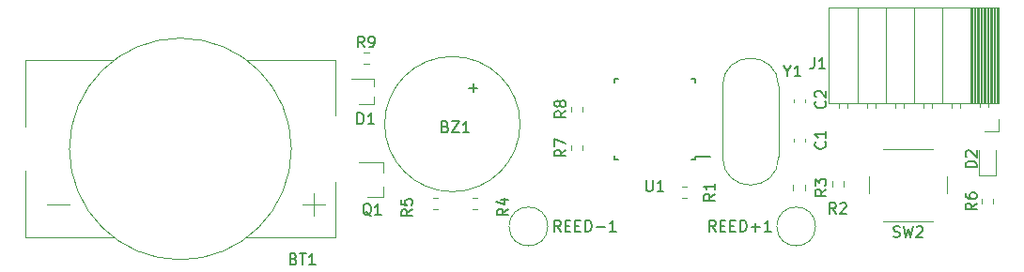
<source format=gto>
G04 #@! TF.GenerationSoftware,KiCad,Pcbnew,(5.1.9)-1*
G04 #@! TF.CreationDate,2021-06-09T23:20:20+02:00*
G04 #@! TF.ProjectId,window_sensor,77696e64-6f77-45f7-9365-6e736f722e6b,rev?*
G04 #@! TF.SameCoordinates,Original*
G04 #@! TF.FileFunction,Legend,Top*
G04 #@! TF.FilePolarity,Positive*
%FSLAX46Y46*%
G04 Gerber Fmt 4.6, Leading zero omitted, Abs format (unit mm)*
G04 Created by KiCad (PCBNEW (5.1.9)-1) date 2021-06-09 23:20:20*
%MOMM*%
%LPD*%
G01*
G04 APERTURE LIST*
%ADD10C,0.120000*%
%ADD11C,0.150000*%
G04 APERTURE END LIST*
D10*
X177410000Y-66910000D02*
X177410000Y-75540000D01*
X177291905Y-66910000D02*
X177291905Y-75540000D01*
X177173810Y-66910000D02*
X177173810Y-75540000D01*
X177055715Y-66910000D02*
X177055715Y-75540000D01*
X176937620Y-66910000D02*
X176937620Y-75540000D01*
X176819525Y-66910000D02*
X176819525Y-75540000D01*
X176701430Y-66910000D02*
X176701430Y-75540000D01*
X176583335Y-66910000D02*
X176583335Y-75540000D01*
X176465240Y-66910000D02*
X176465240Y-75540000D01*
X176347145Y-66910000D02*
X176347145Y-75540000D01*
X176229050Y-66910000D02*
X176229050Y-75540000D01*
X176110955Y-66910000D02*
X176110955Y-75540000D01*
X175992860Y-66910000D02*
X175992860Y-75540000D01*
X175874765Y-66910000D02*
X175874765Y-75540000D01*
X175756670Y-66910000D02*
X175756670Y-75540000D01*
X175638575Y-66910000D02*
X175638575Y-75540000D01*
X175520480Y-66910000D02*
X175520480Y-75540000D01*
X175402385Y-66910000D02*
X175402385Y-75540000D01*
X175284290Y-66910000D02*
X175284290Y-75540000D01*
X175166195Y-66910000D02*
X175166195Y-75540000D01*
X175048100Y-66910000D02*
X175048100Y-75540000D01*
X176560000Y-75540000D02*
X176560000Y-75890000D01*
X175840000Y-75540000D02*
X175840000Y-75890000D01*
X174020000Y-75540000D02*
X174020000Y-75950000D01*
X173300000Y-75540000D02*
X173300000Y-75950000D01*
X171480000Y-75540000D02*
X171480000Y-75950000D01*
X170760000Y-75540000D02*
X170760000Y-75950000D01*
X168940000Y-75540000D02*
X168940000Y-75950000D01*
X168220000Y-75540000D02*
X168220000Y-75950000D01*
X166400000Y-75540000D02*
X166400000Y-75950000D01*
X165680000Y-75540000D02*
X165680000Y-75950000D01*
X163860000Y-75540000D02*
X163860000Y-75950000D01*
X163140000Y-75540000D02*
X163140000Y-75950000D01*
X174930000Y-66910000D02*
X174930000Y-75540000D01*
X172390000Y-66910000D02*
X172390000Y-75540000D01*
X169850000Y-66910000D02*
X169850000Y-75540000D01*
X167310000Y-66910000D02*
X167310000Y-75540000D01*
X164770000Y-66910000D02*
X164770000Y-75540000D01*
X177530000Y-66910000D02*
X177530000Y-75540000D01*
X177530000Y-75540000D02*
X162170000Y-75540000D01*
X162170000Y-66910000D02*
X162170000Y-75540000D01*
X177530000Y-66910000D02*
X162170000Y-66910000D01*
X177530000Y-78110000D02*
X176200000Y-78110000D01*
X177530000Y-77000000D02*
X177530000Y-78110000D01*
X97759000Y-87692500D02*
X89759000Y-87692500D01*
X89759000Y-87692500D02*
X89759000Y-81692500D01*
X89759000Y-77692500D02*
X89759000Y-71692500D01*
X89759000Y-71692500D02*
X97759000Y-71692500D01*
X117759000Y-71692500D02*
X117759000Y-76692500D01*
X117759000Y-87692500D02*
X117759000Y-82692500D01*
X113759000Y-79692500D02*
G75*
G03*
X113759000Y-79692500I-10000000J0D01*
G01*
X117759000Y-71692500D02*
X109759000Y-71692500D01*
X109759000Y-87692500D02*
X117759000Y-87692500D01*
X93759000Y-84692500D02*
X91759000Y-84692500D01*
X116759000Y-84692500D02*
X114759000Y-84692500D01*
X115759000Y-85692500D02*
X115759000Y-83692500D01*
X120262742Y-72022500D02*
X120737258Y-72022500D01*
X120262742Y-70977500D02*
X120737258Y-70977500D01*
X157671500Y-74029000D02*
X157671500Y-80429000D01*
X152621500Y-74029000D02*
X152621500Y-80429000D01*
X152621500Y-80429000D02*
G75*
G03*
X157671500Y-80429000I2525000J0D01*
G01*
X152621500Y-74029000D02*
G75*
G02*
X157671500Y-74029000I2525000J0D01*
G01*
D11*
X150125000Y-80625000D02*
X150125000Y-80400000D01*
X142875000Y-80625000D02*
X142875000Y-80300000D01*
X142875000Y-73375000D02*
X142875000Y-73700000D01*
X150125000Y-73375000D02*
X150125000Y-73700000D01*
X150125000Y-80625000D02*
X149800000Y-80625000D01*
X150125000Y-73375000D02*
X149800000Y-73375000D01*
X142875000Y-73375000D02*
X143200000Y-73375000D01*
X142875000Y-80625000D02*
X143200000Y-80625000D01*
X150125000Y-80400000D02*
X151550000Y-80400000D01*
D10*
X171600000Y-79700000D02*
X167100000Y-79700000D01*
X172850000Y-83700000D02*
X172850000Y-82200000D01*
X167100000Y-86200000D02*
X171600000Y-86200000D01*
X165850000Y-82200000D02*
X165850000Y-83700000D01*
X136876000Y-86689000D02*
G75*
G03*
X136876000Y-86689000I-1750000J0D01*
G01*
X161006000Y-86689000D02*
G75*
G03*
X161006000Y-86689000I-1750000J0D01*
G01*
X138947500Y-76342258D02*
X138947500Y-75867742D01*
X139992500Y-76342258D02*
X139992500Y-75867742D01*
X138947500Y-79835258D02*
X138947500Y-79360742D01*
X139992500Y-79835258D02*
X139992500Y-79360742D01*
X175972500Y-84662258D02*
X175972500Y-84187742D01*
X177017500Y-84662258D02*
X177017500Y-84187742D01*
X126502742Y-84095500D02*
X126977258Y-84095500D01*
X126502742Y-85140500D02*
X126977258Y-85140500D01*
X130533258Y-85140500D02*
X130058742Y-85140500D01*
X130533258Y-84095500D02*
X130058742Y-84095500D01*
X160022500Y-82937742D02*
X160022500Y-83412258D01*
X158977500Y-82937742D02*
X158977500Y-83412258D01*
X162477500Y-83062258D02*
X162477500Y-82587742D01*
X163522500Y-83062258D02*
X163522500Y-82587742D01*
X149412258Y-84127500D02*
X148937742Y-84127500D01*
X149412258Y-83082500D02*
X148937742Y-83082500D01*
X122045000Y-84035000D02*
X122045000Y-83105000D01*
X122045000Y-80875000D02*
X122045000Y-81805000D01*
X122045000Y-80875000D02*
X119885000Y-80875000D01*
X122045000Y-84035000D02*
X120585000Y-84035000D01*
X175760000Y-79815000D02*
X175760000Y-82100000D01*
X175760000Y-82100000D02*
X177230000Y-82100000D01*
X177230000Y-82100000D02*
X177230000Y-79815000D01*
X121230000Y-75000000D02*
X121230000Y-75660000D01*
X121230000Y-73340000D02*
X121230000Y-74000000D01*
X121230000Y-73340000D02*
X119200000Y-73340000D01*
X119820000Y-75660000D02*
X121230000Y-75660000D01*
X159081500Y-75504580D02*
X159081500Y-75223420D01*
X160101500Y-75504580D02*
X160101500Y-75223420D01*
X160101500Y-78753420D02*
X160101500Y-79034580D01*
X159081500Y-78753420D02*
X159081500Y-79034580D01*
X134370000Y-77450000D02*
G75*
G03*
X134370000Y-77450000I-6100000J0D01*
G01*
D11*
X160866666Y-71452380D02*
X160866666Y-72166666D01*
X160819047Y-72309523D01*
X160723809Y-72404761D01*
X160580952Y-72452380D01*
X160485714Y-72452380D01*
X161866666Y-72452380D02*
X161295238Y-72452380D01*
X161580952Y-72452380D02*
X161580952Y-71452380D01*
X161485714Y-71595238D01*
X161390476Y-71690476D01*
X161295238Y-71738095D01*
X113973285Y-89621071D02*
X114116142Y-89668690D01*
X114163761Y-89716309D01*
X114211380Y-89811547D01*
X114211380Y-89954404D01*
X114163761Y-90049642D01*
X114116142Y-90097261D01*
X114020904Y-90144880D01*
X113639952Y-90144880D01*
X113639952Y-89144880D01*
X113973285Y-89144880D01*
X114068523Y-89192500D01*
X114116142Y-89240119D01*
X114163761Y-89335357D01*
X114163761Y-89430595D01*
X114116142Y-89525833D01*
X114068523Y-89573452D01*
X113973285Y-89621071D01*
X113639952Y-89621071D01*
X114497095Y-89144880D02*
X115068523Y-89144880D01*
X114782809Y-90144880D02*
X114782809Y-89144880D01*
X115925666Y-90144880D02*
X115354238Y-90144880D01*
X115639952Y-90144880D02*
X115639952Y-89144880D01*
X115544714Y-89287738D01*
X115449476Y-89382976D01*
X115354238Y-89430595D01*
X120333333Y-70522380D02*
X120000000Y-70046190D01*
X119761904Y-70522380D02*
X119761904Y-69522380D01*
X120142857Y-69522380D01*
X120238095Y-69570000D01*
X120285714Y-69617619D01*
X120333333Y-69712857D01*
X120333333Y-69855714D01*
X120285714Y-69950952D01*
X120238095Y-69998571D01*
X120142857Y-70046190D01*
X119761904Y-70046190D01*
X120809523Y-70522380D02*
X121000000Y-70522380D01*
X121095238Y-70474761D01*
X121142857Y-70427142D01*
X121238095Y-70284285D01*
X121285714Y-70093809D01*
X121285714Y-69712857D01*
X121238095Y-69617619D01*
X121190476Y-69570000D01*
X121095238Y-69522380D01*
X120904761Y-69522380D01*
X120809523Y-69570000D01*
X120761904Y-69617619D01*
X120714285Y-69712857D01*
X120714285Y-69950952D01*
X120761904Y-70046190D01*
X120809523Y-70093809D01*
X120904761Y-70141428D01*
X121095238Y-70141428D01*
X121190476Y-70093809D01*
X121238095Y-70046190D01*
X121285714Y-69950952D01*
X158480309Y-72660190D02*
X158480309Y-73136380D01*
X158146976Y-72136380D02*
X158480309Y-72660190D01*
X158813642Y-72136380D01*
X159670785Y-73136380D02*
X159099357Y-73136380D01*
X159385071Y-73136380D02*
X159385071Y-72136380D01*
X159289833Y-72279238D01*
X159194595Y-72374476D01*
X159099357Y-72422095D01*
X145738095Y-82502380D02*
X145738095Y-83311904D01*
X145785714Y-83407142D01*
X145833333Y-83454761D01*
X145928571Y-83502380D01*
X146119047Y-83502380D01*
X146214285Y-83454761D01*
X146261904Y-83407142D01*
X146309523Y-83311904D01*
X146309523Y-82502380D01*
X147309523Y-83502380D02*
X146738095Y-83502380D01*
X147023809Y-83502380D02*
X147023809Y-82502380D01*
X146928571Y-82645238D01*
X146833333Y-82740476D01*
X146738095Y-82788095D01*
X168016666Y-87604761D02*
X168159523Y-87652380D01*
X168397619Y-87652380D01*
X168492857Y-87604761D01*
X168540476Y-87557142D01*
X168588095Y-87461904D01*
X168588095Y-87366666D01*
X168540476Y-87271428D01*
X168492857Y-87223809D01*
X168397619Y-87176190D01*
X168207142Y-87128571D01*
X168111904Y-87080952D01*
X168064285Y-87033333D01*
X168016666Y-86938095D01*
X168016666Y-86842857D01*
X168064285Y-86747619D01*
X168111904Y-86700000D01*
X168207142Y-86652380D01*
X168445238Y-86652380D01*
X168588095Y-86700000D01*
X168921428Y-86652380D02*
X169159523Y-87652380D01*
X169350000Y-86938095D01*
X169540476Y-87652380D01*
X169778571Y-86652380D01*
X170111904Y-86747619D02*
X170159523Y-86700000D01*
X170254761Y-86652380D01*
X170492857Y-86652380D01*
X170588095Y-86700000D01*
X170635714Y-86747619D01*
X170683333Y-86842857D01*
X170683333Y-86938095D01*
X170635714Y-87080952D01*
X170064285Y-87652380D01*
X170683333Y-87652380D01*
X138015523Y-87141380D02*
X137682190Y-86665190D01*
X137444095Y-87141380D02*
X137444095Y-86141380D01*
X137825047Y-86141380D01*
X137920285Y-86189000D01*
X137967904Y-86236619D01*
X138015523Y-86331857D01*
X138015523Y-86474714D01*
X137967904Y-86569952D01*
X137920285Y-86617571D01*
X137825047Y-86665190D01*
X137444095Y-86665190D01*
X138444095Y-86617571D02*
X138777428Y-86617571D01*
X138920285Y-87141380D02*
X138444095Y-87141380D01*
X138444095Y-86141380D01*
X138920285Y-86141380D01*
X139348857Y-86617571D02*
X139682190Y-86617571D01*
X139825047Y-87141380D02*
X139348857Y-87141380D01*
X139348857Y-86141380D01*
X139825047Y-86141380D01*
X140253619Y-87141380D02*
X140253619Y-86141380D01*
X140491714Y-86141380D01*
X140634571Y-86189000D01*
X140729809Y-86284238D01*
X140777428Y-86379476D01*
X140825047Y-86569952D01*
X140825047Y-86712809D01*
X140777428Y-86903285D01*
X140729809Y-86998523D01*
X140634571Y-87093761D01*
X140491714Y-87141380D01*
X140253619Y-87141380D01*
X141253619Y-86760428D02*
X142015523Y-86760428D01*
X143015523Y-87141380D02*
X142444095Y-87141380D01*
X142729809Y-87141380D02*
X142729809Y-86141380D01*
X142634571Y-86284238D01*
X142539333Y-86379476D01*
X142444095Y-86427095D01*
X151985523Y-87141380D02*
X151652190Y-86665190D01*
X151414095Y-87141380D02*
X151414095Y-86141380D01*
X151795047Y-86141380D01*
X151890285Y-86189000D01*
X151937904Y-86236619D01*
X151985523Y-86331857D01*
X151985523Y-86474714D01*
X151937904Y-86569952D01*
X151890285Y-86617571D01*
X151795047Y-86665190D01*
X151414095Y-86665190D01*
X152414095Y-86617571D02*
X152747428Y-86617571D01*
X152890285Y-87141380D02*
X152414095Y-87141380D01*
X152414095Y-86141380D01*
X152890285Y-86141380D01*
X153318857Y-86617571D02*
X153652190Y-86617571D01*
X153795047Y-87141380D02*
X153318857Y-87141380D01*
X153318857Y-86141380D01*
X153795047Y-86141380D01*
X154223619Y-87141380D02*
X154223619Y-86141380D01*
X154461714Y-86141380D01*
X154604571Y-86189000D01*
X154699809Y-86284238D01*
X154747428Y-86379476D01*
X154795047Y-86569952D01*
X154795047Y-86712809D01*
X154747428Y-86903285D01*
X154699809Y-86998523D01*
X154604571Y-87093761D01*
X154461714Y-87141380D01*
X154223619Y-87141380D01*
X155223619Y-86760428D02*
X155985523Y-86760428D01*
X155604571Y-87141380D02*
X155604571Y-86379476D01*
X156985523Y-87141380D02*
X156414095Y-87141380D01*
X156699809Y-87141380D02*
X156699809Y-86141380D01*
X156604571Y-86284238D01*
X156509333Y-86379476D01*
X156414095Y-86427095D01*
X138492380Y-76271666D02*
X138016190Y-76605000D01*
X138492380Y-76843095D02*
X137492380Y-76843095D01*
X137492380Y-76462142D01*
X137540000Y-76366904D01*
X137587619Y-76319285D01*
X137682857Y-76271666D01*
X137825714Y-76271666D01*
X137920952Y-76319285D01*
X137968571Y-76366904D01*
X138016190Y-76462142D01*
X138016190Y-76843095D01*
X137920952Y-75700238D02*
X137873333Y-75795476D01*
X137825714Y-75843095D01*
X137730476Y-75890714D01*
X137682857Y-75890714D01*
X137587619Y-75843095D01*
X137540000Y-75795476D01*
X137492380Y-75700238D01*
X137492380Y-75509761D01*
X137540000Y-75414523D01*
X137587619Y-75366904D01*
X137682857Y-75319285D01*
X137730476Y-75319285D01*
X137825714Y-75366904D01*
X137873333Y-75414523D01*
X137920952Y-75509761D01*
X137920952Y-75700238D01*
X137968571Y-75795476D01*
X138016190Y-75843095D01*
X138111428Y-75890714D01*
X138301904Y-75890714D01*
X138397142Y-75843095D01*
X138444761Y-75795476D01*
X138492380Y-75700238D01*
X138492380Y-75509761D01*
X138444761Y-75414523D01*
X138397142Y-75366904D01*
X138301904Y-75319285D01*
X138111428Y-75319285D01*
X138016190Y-75366904D01*
X137968571Y-75414523D01*
X137920952Y-75509761D01*
X138492380Y-79764666D02*
X138016190Y-80098000D01*
X138492380Y-80336095D02*
X137492380Y-80336095D01*
X137492380Y-79955142D01*
X137540000Y-79859904D01*
X137587619Y-79812285D01*
X137682857Y-79764666D01*
X137825714Y-79764666D01*
X137920952Y-79812285D01*
X137968571Y-79859904D01*
X138016190Y-79955142D01*
X138016190Y-80336095D01*
X137492380Y-79431333D02*
X137492380Y-78764666D01*
X138492380Y-79193238D01*
X175517380Y-84591666D02*
X175041190Y-84925000D01*
X175517380Y-85163095D02*
X174517380Y-85163095D01*
X174517380Y-84782142D01*
X174565000Y-84686904D01*
X174612619Y-84639285D01*
X174707857Y-84591666D01*
X174850714Y-84591666D01*
X174945952Y-84639285D01*
X174993571Y-84686904D01*
X175041190Y-84782142D01*
X175041190Y-85163095D01*
X174517380Y-83734523D02*
X174517380Y-83925000D01*
X174565000Y-84020238D01*
X174612619Y-84067857D01*
X174755476Y-84163095D01*
X174945952Y-84210714D01*
X175326904Y-84210714D01*
X175422142Y-84163095D01*
X175469761Y-84115476D01*
X175517380Y-84020238D01*
X175517380Y-83829761D01*
X175469761Y-83734523D01*
X175422142Y-83686904D01*
X175326904Y-83639285D01*
X175088809Y-83639285D01*
X174993571Y-83686904D01*
X174945952Y-83734523D01*
X174898333Y-83829761D01*
X174898333Y-84020238D01*
X174945952Y-84115476D01*
X174993571Y-84163095D01*
X175088809Y-84210714D01*
X124652380Y-85165666D02*
X124176190Y-85499000D01*
X124652380Y-85737095D02*
X123652380Y-85737095D01*
X123652380Y-85356142D01*
X123700000Y-85260904D01*
X123747619Y-85213285D01*
X123842857Y-85165666D01*
X123985714Y-85165666D01*
X124080952Y-85213285D01*
X124128571Y-85260904D01*
X124176190Y-85356142D01*
X124176190Y-85737095D01*
X123652380Y-84260904D02*
X123652380Y-84737095D01*
X124128571Y-84784714D01*
X124080952Y-84737095D01*
X124033333Y-84641857D01*
X124033333Y-84403761D01*
X124080952Y-84308523D01*
X124128571Y-84260904D01*
X124223809Y-84213285D01*
X124461904Y-84213285D01*
X124557142Y-84260904D01*
X124604761Y-84308523D01*
X124652380Y-84403761D01*
X124652380Y-84641857D01*
X124604761Y-84737095D01*
X124557142Y-84784714D01*
X133288380Y-85102166D02*
X132812190Y-85435500D01*
X133288380Y-85673595D02*
X132288380Y-85673595D01*
X132288380Y-85292642D01*
X132336000Y-85197404D01*
X132383619Y-85149785D01*
X132478857Y-85102166D01*
X132621714Y-85102166D01*
X132716952Y-85149785D01*
X132764571Y-85197404D01*
X132812190Y-85292642D01*
X132812190Y-85673595D01*
X132621714Y-84245023D02*
X133288380Y-84245023D01*
X132240761Y-84483119D02*
X132955047Y-84721214D01*
X132955047Y-84102166D01*
X161952380Y-83341666D02*
X161476190Y-83675000D01*
X161952380Y-83913095D02*
X160952380Y-83913095D01*
X160952380Y-83532142D01*
X161000000Y-83436904D01*
X161047619Y-83389285D01*
X161142857Y-83341666D01*
X161285714Y-83341666D01*
X161380952Y-83389285D01*
X161428571Y-83436904D01*
X161476190Y-83532142D01*
X161476190Y-83913095D01*
X160952380Y-83008333D02*
X160952380Y-82389285D01*
X161333333Y-82722619D01*
X161333333Y-82579761D01*
X161380952Y-82484523D01*
X161428571Y-82436904D01*
X161523809Y-82389285D01*
X161761904Y-82389285D01*
X161857142Y-82436904D01*
X161904761Y-82484523D01*
X161952380Y-82579761D01*
X161952380Y-82865476D01*
X161904761Y-82960714D01*
X161857142Y-83008333D01*
X162833333Y-85563380D02*
X162500000Y-85087190D01*
X162261904Y-85563380D02*
X162261904Y-84563380D01*
X162642857Y-84563380D01*
X162738095Y-84611000D01*
X162785714Y-84658619D01*
X162833333Y-84753857D01*
X162833333Y-84896714D01*
X162785714Y-84991952D01*
X162738095Y-85039571D01*
X162642857Y-85087190D01*
X162261904Y-85087190D01*
X163214285Y-84658619D02*
X163261904Y-84611000D01*
X163357142Y-84563380D01*
X163595238Y-84563380D01*
X163690476Y-84611000D01*
X163738095Y-84658619D01*
X163785714Y-84753857D01*
X163785714Y-84849095D01*
X163738095Y-84991952D01*
X163166666Y-85563380D01*
X163785714Y-85563380D01*
X151913380Y-83771666D02*
X151437190Y-84105000D01*
X151913380Y-84343095D02*
X150913380Y-84343095D01*
X150913380Y-83962142D01*
X150961000Y-83866904D01*
X151008619Y-83819285D01*
X151103857Y-83771666D01*
X151246714Y-83771666D01*
X151341952Y-83819285D01*
X151389571Y-83866904D01*
X151437190Y-83962142D01*
X151437190Y-84343095D01*
X151913380Y-82819285D02*
X151913380Y-83390714D01*
X151913380Y-83105000D02*
X150913380Y-83105000D01*
X151056238Y-83200238D01*
X151151476Y-83295476D01*
X151199095Y-83390714D01*
X120951761Y-85735619D02*
X120856523Y-85688000D01*
X120761285Y-85592761D01*
X120618428Y-85449904D01*
X120523190Y-85402285D01*
X120427952Y-85402285D01*
X120475571Y-85640380D02*
X120380333Y-85592761D01*
X120285095Y-85497523D01*
X120237476Y-85307047D01*
X120237476Y-84973714D01*
X120285095Y-84783238D01*
X120380333Y-84688000D01*
X120475571Y-84640380D01*
X120666047Y-84640380D01*
X120761285Y-84688000D01*
X120856523Y-84783238D01*
X120904142Y-84973714D01*
X120904142Y-85307047D01*
X120856523Y-85497523D01*
X120761285Y-85592761D01*
X120666047Y-85640380D01*
X120475571Y-85640380D01*
X121856523Y-85640380D02*
X121285095Y-85640380D01*
X121570809Y-85640380D02*
X121570809Y-84640380D01*
X121475571Y-84783238D01*
X121380333Y-84878476D01*
X121285095Y-84926095D01*
X175517380Y-81353095D02*
X174517380Y-81353095D01*
X174517380Y-81115000D01*
X174565000Y-80972142D01*
X174660238Y-80876904D01*
X174755476Y-80829285D01*
X174945952Y-80781666D01*
X175088809Y-80781666D01*
X175279285Y-80829285D01*
X175374523Y-80876904D01*
X175469761Y-80972142D01*
X175517380Y-81115000D01*
X175517380Y-81353095D01*
X174612619Y-80400714D02*
X174565000Y-80353095D01*
X174517380Y-80257857D01*
X174517380Y-80019761D01*
X174565000Y-79924523D01*
X174612619Y-79876904D01*
X174707857Y-79829285D01*
X174803095Y-79829285D01*
X174945952Y-79876904D01*
X175517380Y-80448333D01*
X175517380Y-79829285D01*
X119711904Y-77452380D02*
X119711904Y-76452380D01*
X119950000Y-76452380D01*
X120092857Y-76500000D01*
X120188095Y-76595238D01*
X120235714Y-76690476D01*
X120283333Y-76880952D01*
X120283333Y-77023809D01*
X120235714Y-77214285D01*
X120188095Y-77309523D01*
X120092857Y-77404761D01*
X119950000Y-77452380D01*
X119711904Y-77452380D01*
X121235714Y-77452380D02*
X120664285Y-77452380D01*
X120950000Y-77452380D02*
X120950000Y-76452380D01*
X120854761Y-76595238D01*
X120759523Y-76690476D01*
X120664285Y-76738095D01*
X161853642Y-75390666D02*
X161901261Y-75438285D01*
X161948880Y-75581142D01*
X161948880Y-75676380D01*
X161901261Y-75819238D01*
X161806023Y-75914476D01*
X161710785Y-75962095D01*
X161520309Y-76009714D01*
X161377452Y-76009714D01*
X161186976Y-75962095D01*
X161091738Y-75914476D01*
X160996500Y-75819238D01*
X160948880Y-75676380D01*
X160948880Y-75581142D01*
X160996500Y-75438285D01*
X161044119Y-75390666D01*
X161044119Y-75009714D02*
X160996500Y-74962095D01*
X160948880Y-74866857D01*
X160948880Y-74628761D01*
X160996500Y-74533523D01*
X161044119Y-74485904D01*
X161139357Y-74438285D01*
X161234595Y-74438285D01*
X161377452Y-74485904D01*
X161948880Y-75057333D01*
X161948880Y-74438285D01*
X161853642Y-79060666D02*
X161901261Y-79108285D01*
X161948880Y-79251142D01*
X161948880Y-79346380D01*
X161901261Y-79489238D01*
X161806023Y-79584476D01*
X161710785Y-79632095D01*
X161520309Y-79679714D01*
X161377452Y-79679714D01*
X161186976Y-79632095D01*
X161091738Y-79584476D01*
X160996500Y-79489238D01*
X160948880Y-79346380D01*
X160948880Y-79251142D01*
X160996500Y-79108285D01*
X161044119Y-79060666D01*
X161948880Y-78108285D02*
X161948880Y-78679714D01*
X161948880Y-78394000D02*
X160948880Y-78394000D01*
X161091738Y-78489238D01*
X161186976Y-78584476D01*
X161234595Y-78679714D01*
X127643047Y-77684571D02*
X127785904Y-77732190D01*
X127833523Y-77779809D01*
X127881142Y-77875047D01*
X127881142Y-78017904D01*
X127833523Y-78113142D01*
X127785904Y-78160761D01*
X127690666Y-78208380D01*
X127309714Y-78208380D01*
X127309714Y-77208380D01*
X127643047Y-77208380D01*
X127738285Y-77256000D01*
X127785904Y-77303619D01*
X127833523Y-77398857D01*
X127833523Y-77494095D01*
X127785904Y-77589333D01*
X127738285Y-77636952D01*
X127643047Y-77684571D01*
X127309714Y-77684571D01*
X128214476Y-77208380D02*
X128881142Y-77208380D01*
X128214476Y-78208380D01*
X128881142Y-78208380D01*
X129785904Y-78208380D02*
X129214476Y-78208380D01*
X129500190Y-78208380D02*
X129500190Y-77208380D01*
X129404952Y-77351238D01*
X129309714Y-77446476D01*
X129214476Y-77494095D01*
X130141428Y-74580952D02*
X130141428Y-73819047D01*
X130522380Y-74200000D02*
X129760476Y-74200000D01*
M02*

</source>
